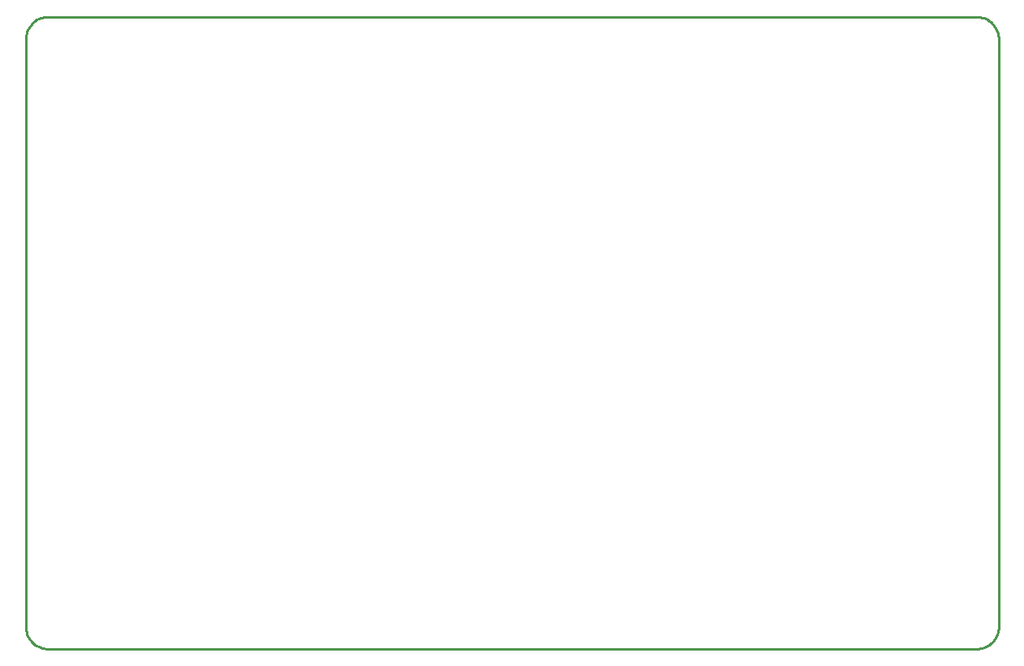
<source format=gbr>
G04 EAGLE Gerber RS-274X export*
G75*
%MOMM*%
%FSLAX34Y34*%
%LPD*%
%IN*%
%IPPOS*%
%AMOC8*
5,1,8,0,0,1.08239X$1,22.5*%
G01*
%ADD10C,0.254000*%


D10*
X0Y12700D02*
X-89Y10657D01*
X0Y8613D01*
X267Y6585D01*
X710Y4588D01*
X1325Y2638D01*
X2107Y748D01*
X3052Y-1066D01*
X4151Y-2791D01*
X5396Y-4414D01*
X6778Y-5922D01*
X8286Y-7304D01*
X9909Y-8549D01*
X11634Y-9648D01*
X13448Y-10593D01*
X15338Y-11375D01*
X17288Y-11990D01*
X19285Y-12433D01*
X21313Y-12700D01*
X23357Y-12789D01*
X25400Y-12700D01*
X990600Y-12700D01*
X992643Y-12789D01*
X994687Y-12700D01*
X996715Y-12433D01*
X998712Y-11990D01*
X1000662Y-11375D01*
X1002552Y-10593D01*
X1004366Y-9648D01*
X1006091Y-8549D01*
X1007714Y-7304D01*
X1009222Y-5922D01*
X1010604Y-4414D01*
X1011849Y-2791D01*
X1012948Y-1066D01*
X1013893Y748D01*
X1014675Y2638D01*
X1015290Y4588D01*
X1015733Y6585D01*
X1016000Y8613D01*
X1016089Y10657D01*
X1016000Y12700D01*
X1016000Y622300D01*
X1016089Y624343D01*
X1016000Y626387D01*
X1015733Y628415D01*
X1015290Y630412D01*
X1014675Y632362D01*
X1013893Y634252D01*
X1012948Y636066D01*
X1011849Y637791D01*
X1010604Y639414D01*
X1009222Y640922D01*
X1007714Y642304D01*
X1006091Y643549D01*
X1004366Y644648D01*
X1002552Y645593D01*
X1000662Y646375D01*
X998712Y646990D01*
X996715Y647433D01*
X994687Y647700D01*
X992643Y647789D01*
X990600Y647700D01*
X25400Y647700D01*
X23357Y647789D01*
X21313Y647700D01*
X19285Y647433D01*
X17288Y646990D01*
X15338Y646375D01*
X13448Y645593D01*
X11634Y644648D01*
X9909Y643549D01*
X8286Y642304D01*
X6778Y640922D01*
X5396Y639414D01*
X4151Y637791D01*
X3052Y636066D01*
X2107Y634252D01*
X1325Y632362D01*
X710Y630412D01*
X267Y628415D01*
X0Y626387D01*
X-89Y624343D01*
X0Y622300D01*
X0Y12700D01*
M02*

</source>
